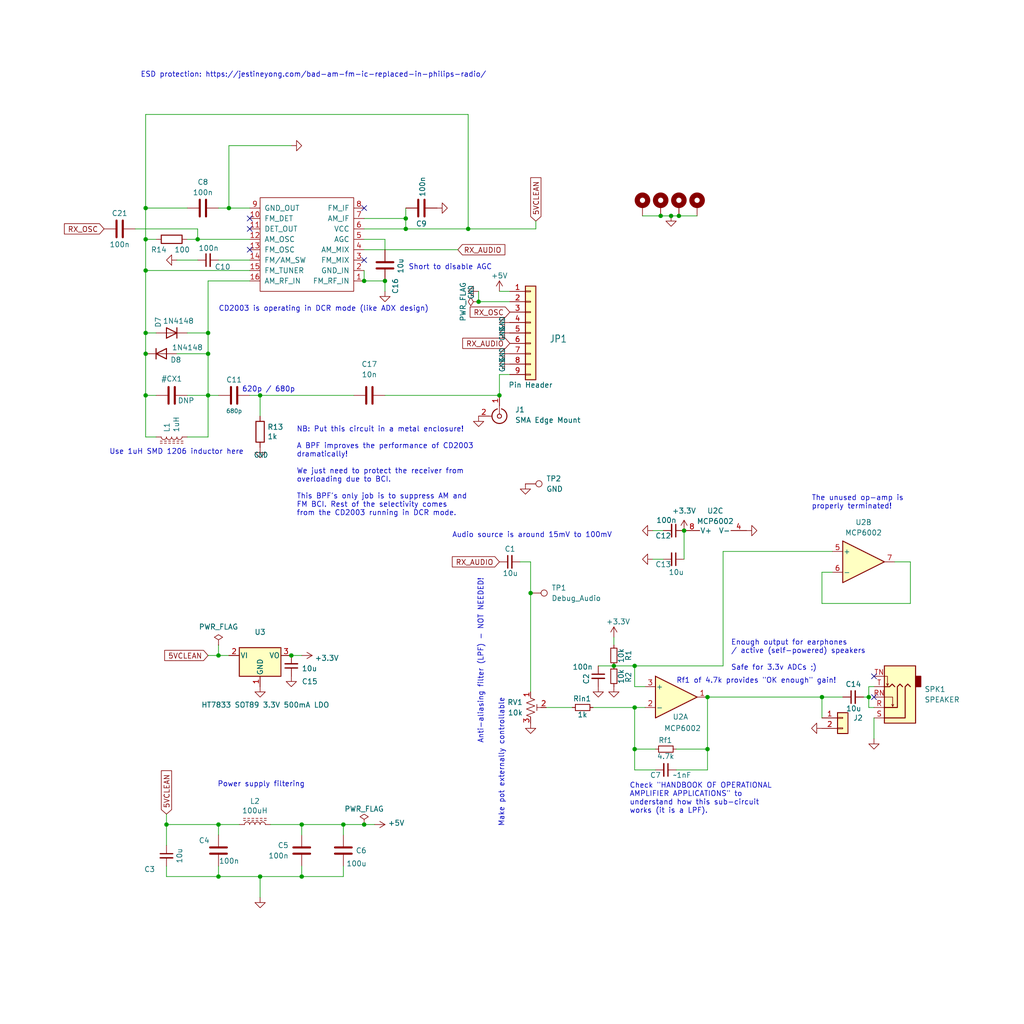
<source format=kicad_sch>
(kicad_sch (version 20230121) (generator eeschema)
  (paper "User" 250.012 250.012)
  (title_block (title "Breakout board (BoB) for CD2003 (DCR Mode)") (date "2023-11-07") (rev "v3") (company "Dhiru Kholia (VU3CER)") (comment 1 "Based on ADX and ADX-S designs"))
  (lib_symbols
    (symbol "Amplifier_Operational:MCP6022" (pin_names (offset 0.127))
      (property "Reference" "U" (at 0 5.08 0))
      (property "Value" "MCP6022" (at 0 -5.08 0))
      (symbol "MCP6022_1_1"
        (polyline (pts (xy -5.08 5.08) (xy 5.08 0) (xy -5.08 -5.08) (xy -5.08 5.08)) (stroke (width 0.254)) (fill (type background)))
        (pin output line (at 7.62 0 180) (length 2.54) (name "~") (number "1"))
        (pin input line (at -7.62 -2.54 0) (length 2.54) (name "-") (number "2"))
        (pin input line (at -7.62 2.54 0) (length 2.54) (name "+") (number "3"))
      )
      (symbol "MCP6022_2_1"
        (polyline (pts (xy -5.08 5.08) (xy 5.08 0) (xy -5.08 -5.08) (xy -5.08 5.08)) (stroke (width 0.254)) (fill (type background)))
        (pin input line (at -7.62 2.54 0) (length 2.54) (name "+") (number "5"))
        (pin input line (at -7.62 -2.54 0) (length 2.54) (name "-") (number "6"))
        (pin output line (at 7.62 0 180) (length 2.54) (name "~") (number "7"))
      )
      (symbol "MCP6022_3_1"
        (pin power_in line (at -2.54 -7.62 90) (length 3.81) (name "V-") (number "4"))
        (pin power_in line (at -2.54 7.62 270) (length 3.81) (name "V+") (number "8"))
      )
    )
    (symbol "Connector:Conn_Coaxial" (pin_names (offset 1.016) hide)
      (property "Reference" "J" (at 0.254 3.048 0))
      (property "Value" "Conn_Coaxial" (at 2.921 0 90))
      (symbol "Conn_Coaxial_0_1"
        (arc (start -1.778 -0.508) (mid 0.2311 -1.8066) (end 1.778 0) (stroke (width 0.254)))
        (polyline (pts (xy -2.54 0) (xy -0.508 0)))
        (polyline (pts (xy 0 -2.54) (xy 0 -1.778)))
        (circle (center 0 0) (radius 0.508) (stroke (width 0.2032)))
        (arc (start 1.778 0) (mid 0.2099 1.8101) (end -1.778 0.508) (stroke (width 0.254)))
      )
      (symbol "Conn_Coaxial_1_1"
        (pin passive line (at -5.08 0 0) (length 2.54) (name "In") (number "1"))
        (pin passive line (at 0 -5.08 90) (length 2.54) (name "Ext") (number "2"))
      )
    )
    (symbol "Connector:TestPoint" (pin_numbers hide) (pin_names (offset 0.762) hide)
      (property "Reference" "TP" (at 0 6.858 0))
      (property "Value" "TestPoint" (at 0 5.08 0))
      (symbol "TestPoint_0_1"
        (circle (center 0 3.302) (radius 0.762))
      )
      (symbol "TestPoint_1_1"
        (pin passive line (at 0 0 90) (length 2.54) (name "1") (number "1"))
      )
    )
    (symbol "Connector_Audio:AudioJack3_SwitchTR"
      (property "Reference" "J" (at 0 8.89 0))
      (property "Value" "AudioJack3_SwitchTR" (at 0 6.35 0))
      (symbol "AudioJack3_SwitchTR_0_1"
        (rectangle (start -5.08 -5.08) (end -6.35 -7.62) (stroke (width 0.254)) (fill (type outline)))
        (polyline (pts (xy 0.508 -0.254) (xy 0.762 -0.762)))
        (polyline (pts (xy 1.778 -5.334) (xy 2.032 -5.842)))
        (polyline (pts (xy 0 -5.08) (xy 0.635 -5.715) (xy 1.27 -5.08) (xy 2.54 -5.08)) (stroke (width 0.254)))
        (polyline (pts (xy 2.54 -7.62) (xy 1.778 -7.62) (xy 1.778 -5.334) (xy 1.524 -5.842)))
        (polyline (pts (xy 2.54 -2.54) (xy 0.508 -2.54) (xy 0.508 -0.254) (xy 0.254 -0.762)))
        (polyline (pts (xy -1.905 -5.08) (xy -1.27 -5.715) (xy -0.635 -5.08) (xy -0.635 0) (xy 2.54 0)) (stroke (width 0.254)))
        (polyline (pts (xy 2.54 2.54) (xy -2.54 2.54) (xy -2.54 -5.08) (xy -3.175 -5.715) (xy -3.81 -5.08)) (stroke (width 0.254)))
        (rectangle (start 2.54 3.81) (end -5.08 -10.16) (stroke (width 0.254)) (fill (type background)))
      )
      (symbol "AudioJack3_SwitchTR_1_1"
        (pin passive line (at 5.08 0 180) (length 2.54) (name "~") (number "R"))
        (pin passive line (at 5.08 -2.54 180) (length 2.54) (name "~") (number "RN"))
        (pin passive line (at 5.08 2.54 180) (length 2.54) (name "~") (number "S"))
        (pin passive line (at 5.08 -5.08 180) (length 2.54) (name "~") (number "T"))
        (pin passive line (at 5.08 -7.62 180) (length 2.54) (name "~") (number "TN"))
      )
    )
    (symbol "Connector_Generic:Conn_01x02" (pin_names (offset 1.016) hide)
      (property "Reference" "J" (at 0 2.54 0))
      (property "Value" "Conn_01x02" (at 0 -5.08 0))
      (symbol "Conn_01x02_1_1"
        (rectangle (start -1.27 -2.413) (end 0 -2.667) (stroke (width 0.1524)))
        (rectangle (start -1.27 0.127) (end 0 -0.127) (stroke (width 0.1524)))
        (rectangle (start -1.27 1.27) (end 1.27 -3.81) (stroke (width 0.254)) (fill (type background)))
        (pin passive line (at -5.08 0 0) (length 3.81) (name "Pin_1") (number "1"))
        (pin passive line (at -5.08 -2.54 0) (length 3.81) (name "Pin_2") (number "2"))
      )
    )
    (symbol "Connector_Generic:Conn_01x09" (pin_names (offset 1.016) hide)
      (property "Reference" "J" (at 0 12.7 0))
      (property "Value" "Conn_01x09" (at 0 -12.7 0))
      (symbol "Conn_01x09_1_1"
        (rectangle (start -1.27 -10.033) (end 0 -10.287) (stroke (width 0.1524)))
        (rectangle (start -1.27 -7.493) (end 0 -7.747) (stroke (width 0.1524)))
        (rectangle (start -1.27 -4.953) (end 0 -5.207) (stroke (width 0.1524)))
        (rectangle (start -1.27 -2.413) (end 0 -2.667) (stroke (width 0.1524)))
        (rectangle (start -1.27 0.127) (end 0 -0.127) (stroke (width 0.1524)))
        (rectangle (start -1.27 2.667) (end 0 2.413) (stroke (width 0.1524)))
        (rectangle (start -1.27 5.207) (end 0 4.953) (stroke (width 0.1524)))
        (rectangle (start -1.27 7.747) (end 0 7.493) (stroke (width 0.1524)))
        (rectangle (start -1.27 10.287) (end 0 10.033) (stroke (width 0.1524)))
        (rectangle (start -1.27 11.43) (end 1.27 -11.43) (stroke (width 0.254)) (fill (type background)))
        (pin passive line (at -5.08 10.16 0) (length 3.81) (name "Pin_1") (number "1"))
        (pin passive line (at -5.08 7.62 0) (length 3.81) (name "Pin_2") (number "2"))
        (pin passive line (at -5.08 5.08 0) (length 3.81) (name "Pin_3") (number "3"))
        (pin passive line (at -5.08 2.54 0) (length 3.81) (name "Pin_4") (number "4"))
        (pin passive line (at -5.08 0 0) (length 3.81) (name "Pin_5") (number "5"))
        (pin passive line (at -5.08 -2.54 0) (length 3.81) (name "Pin_6") (number "6"))
        (pin passive line (at -5.08 -5.08 0) (length 3.81) (name "Pin_7") (number "7"))
        (pin passive line (at -5.08 -7.62 0) (length 3.81) (name "Pin_8") (number "8"))
        (pin passive line (at -5.08 -10.16 0) (length 3.81) (name "Pin_9") (number "9"))
      )
    )
    (symbol "D_1" (pin_numbers hide) (pin_names (offset 1.016) hide)
      (property "Reference" "D" (at 0 2.54 0))
      (property "Value" "D" (at 0 -2.54 0))
      (symbol "D_1_0_1"
        (polyline (pts (xy -1.27 1.27) (xy -1.27 -1.27)) (stroke (width 0.254)))
        (polyline (pts (xy 1.27 0) (xy -1.27 0)))
        (polyline (pts (xy 1.27 1.27) (xy 1.27 -1.27) (xy -1.27 0) (xy 1.27 1.27)) (stroke (width 0.254)))
      )
      (symbol "D_1_1_1"
        (pin passive line (at -3.81 0 0) (length 2.54) (name "K") (number "1"))
        (pin passive line (at 3.81 0 180) (length 2.54) (name "A") (number "2"))
      )
    )
    (symbol "Device:C" (pin_numbers hide) (pin_names (offset 0.254))
      (property "Reference" "C" (at 0.635 2.54 0))
      (property "Value" "C" (at 0.635 -2.54 0))
      (symbol "C_0_1"
        (polyline (pts (xy -2.032 -0.762) (xy 2.032 -0.762)) (stroke (width 0.508)))
        (polyline (pts (xy -2.032 0.762) (xy 2.032 0.762)) (stroke (width 0.508)))
      )
      (symbol "C_1_1"
        (pin passive line (at 0 3.81 270) (length 2.794) (name "~") (number "1"))
        (pin passive line (at 0 -3.81 90) (length 2.794) (name "~") (number "2"))
      )
    )
    (symbol "Device:C_Small" (pin_numbers hide) (pin_names (offset 0.254) hide)
      (property "Reference" "C" (at 0.254 1.778 0))
      (property "Value" "C_Small" (at 0.254 -2.032 0))
      (symbol "C_Small_0_1"
        (polyline (pts (xy -1.524 -0.508) (xy 1.524 -0.508)) (stroke (width 0.3302)))
        (polyline (pts (xy -1.524 0.508) (xy 1.524 0.508)) (stroke (width 0.3048)))
      )
      (symbol "C_Small_1_1"
        (pin passive line (at 0 2.54 270) (length 2.032) (name "~") (number "1"))
        (pin passive line (at 0 -2.54 90) (length 2.032) (name "~") (number "2"))
      )
    )
    (symbol "Device:D" (pin_numbers hide) (pin_names (offset 1.016) hide)
      (property "Reference" "D" (at 0 2.54 0))
      (property "Value" "D" (at 0 -2.54 0))
      (symbol "D_0_1"
        (polyline (pts (xy -1.27 1.27) (xy -1.27 -1.27)) (stroke (width 0.254)))
        (polyline (pts (xy 1.27 0) (xy -1.27 0)))
        (polyline (pts (xy 1.27 1.27) (xy 1.27 -1.27) (xy -1.27 0) (xy 1.27 1.27)) (stroke (width 0.254)))
      )
      (symbol "D_1_1"
        (pin passive line (at -3.81 0 0) (length 2.54) (name "K") (number "1"))
        (pin passive line (at 3.81 0 180) (length 2.54) (name "A") (number "2"))
      )
    )
    (symbol "Device:L_Ferrite" (pin_numbers hide) (pin_names (offset 1.016) hide)
      (property "Reference" "L" (at -1.27 0 90))
      (property "Value" "L_Ferrite" (at 2.794 0 90))
      (symbol "L_Ferrite_0_1"
        (arc (start 0 -2.54) (mid 0.6323 -1.905) (end 0 -1.27))
        (arc (start 0 -1.27) (mid 0.6323 -0.635) (end 0 0))
        (polyline (pts (xy 1.016 -2.794) (xy 1.016 -2.286)))
        (polyline (pts (xy 1.016 -1.778) (xy 1.016 -1.27)))
        (polyline (pts (xy 1.016 -0.762) (xy 1.016 -0.254)))
        (polyline (pts (xy 1.016 0.254) (xy 1.016 0.762)))
        (polyline (pts (xy 1.016 1.27) (xy 1.016 1.778)))
        (polyline (pts (xy 1.016 2.286) (xy 1.016 2.794)))
        (polyline (pts (xy 1.524 -2.286) (xy 1.524 -2.794)))
        (polyline (pts (xy 1.524 -1.27) (xy 1.524 -1.778)))
        (polyline (pts (xy 1.524 -0.254) (xy 1.524 -0.762)))
        (polyline (pts (xy 1.524 0.762) (xy 1.524 0.254)))
        (polyline (pts (xy 1.524 1.778) (xy 1.524 1.27)))
        (polyline (pts (xy 1.524 2.794) (xy 1.524 2.286)))
        (arc (start 0 0) (mid 0.6323 0.635) (end 0 1.27))
        (arc (start 0 1.27) (mid 0.6323 1.905) (end 0 2.54))
      )
      (symbol "L_Ferrite_1_1"
        (pin passive line (at 0 3.81 270) (length 1.27) (name "1") (number "1"))
        (pin passive line (at 0 -3.81 90) (length 1.27) (name "2") (number "2"))
      )
    )
    (symbol "Device:R" (pin_numbers hide) (pin_names (offset 0))
      (property "Reference" "R" (at 2.032 0 90))
      (property "Value" "R" (at 0 0 90))
      (symbol "R_0_1"
        (rectangle (start -1.016 -2.54) (end 1.016 2.54) (stroke (width 0.254)))
      )
      (symbol "R_1_1"
        (pin passive line (at 0 3.81 270) (length 1.27) (name "~") (number "1"))
        (pin passive line (at 0 -3.81 90) (length 1.27) (name "~") (number "2"))
      )
    )
    (symbol "Device:R_Potentiometer_Trim_US" (pin_names (offset 1.016) hide)
      (property "Reference" "RV" (at -4.445 0 90))
      (property "Value" "R_Potentiometer_Trim_US" (at -2.54 0 90))
      (symbol "R_Potentiometer_Trim_US_0_1"
        (polyline (pts (xy 0 -2.286) (xy 0 -2.54)))
        (polyline (pts (xy 0 2.286) (xy 0 2.54)))
        (polyline (pts (xy 1.524 0.762) (xy 1.524 -0.762)))
        (polyline (pts (xy 2.54 0) (xy 1.524 0)))
        (polyline (pts (xy 0 -0.762) (xy 1.016 -1.143) (xy 0 -1.524) (xy -1.016 -1.905) (xy 0 -2.286)))
        (polyline (pts (xy 0 0.762) (xy 1.016 0.381) (xy 0 0) (xy -1.016 -0.381) (xy 0 -0.762)))
        (polyline (pts (xy 0 2.286) (xy 1.016 1.905) (xy 0 1.524) (xy -1.016 1.143) (xy 0 0.762)))
      )
      (symbol "R_Potentiometer_Trim_US_1_1"
        (pin passive line (at 0 3.81 270) (length 1.27) (name "1") (number "1"))
        (pin passive line (at 3.81 0 180) (length 1.27) (name "2") (number "2"))
        (pin passive line (at 0 -3.81 90) (length 1.27) (name "3") (number "3"))
      )
    )
    (symbol "Device:R_Small" (pin_numbers hide) (pin_names (offset 0.254) hide)
      (property "Reference" "R" (at 0.762 0.508 0))
      (property "Value" "R_Small" (at 0.762 -1.016 0))
      (symbol "R_Small_0_1"
        (rectangle (start -0.762 1.778) (end 0.762 -1.778) (stroke (width 0.2032)))
      )
      (symbol "R_Small_1_1"
        (pin passive line (at 0 2.54 270) (length 0.762) (name "~") (number "1"))
        (pin passive line (at 0 -2.54 90) (length 0.762) (name "~") (number "2"))
      )
    )
    (symbol "Mechanical:MountingHole_Pad" (pin_numbers hide) (pin_names (offset 1.016) hide)
      (property "Reference" "H" (at 0 6.35 0))
      (property "Value" "MountingHole_Pad" (at 0 4.445 0))
      (symbol "MountingHole_Pad_0_1"
        (circle (center 0 1.27) (radius 1.27) (stroke (width 1.27)))
      )
      (symbol "MountingHole_Pad_1_1"
        (pin input line (at 0 -2.54 90) (length 2.54) (name "1") (number "1"))
      )
    )
    (symbol "Regulator_Linear:MCP1703Ax-330xxMB" (pin_names (offset 0.254))
      (property "Reference" "U" (at -3.81 3.175 0))
      (property "Value" "MCP1703Ax-330xxMB" (at 0 3.175 0))
      (symbol "MCP1703Ax-330xxMB_0_1"
        (rectangle (start -5.08 -5.08) (end 5.08 1.905) (stroke (width 0.254)) (fill (type background)))
      )
      (symbol "MCP1703Ax-330xxMB_1_1"
        (pin power_in line (at 0 -7.62 90) (length 2.54) (name "GND") (number "1"))
        (pin power_in line (at -7.62 0 0) (length 2.54) (name "VI") (number "2"))
        (pin power_out line (at 7.62 0 180) (length 2.54) (name "VO") (number "3"))
      )
    )
    (symbol "cd2003gb_gp_fixed:CD2003GB_GP_Fixed" (pin_names (offset 1.016))
      (symbol "CD2003GB_GP_Fixed_0_1"
        (rectangle (start -11.43 17.78) (end 11.43 -5.08))
      )
      (symbol "CD2003GB_GP_Fixed_1_1"
        (pin input line (at -8.89 -7.62 90) (length 2.54) (name "FM_RF_IN") (number "1"))
        (pin input line (at 6.35 20.32 270) (length 2.54) (name "FM_DET") (number "10"))
        (pin input line (at 3.81 20.32 270) (length 2.54) (name "DET_OUT") (number "11"))
        (pin input line (at 1.27 20.32 270) (length 2.54) (name "AM_OSC") (number "12"))
        (pin input line (at -1.27 20.32 270) (length 2.54) (name "FM_OSC") (number "13"))
        (pin input line (at -3.81 20.32 270) (length 2.54) (name "FM/AM_SW") (number "14"))
        (pin input line (at -6.35 20.32 270) (length 2.54) (name "FM_TUNER") (number "15"))
        (pin input line (at -8.89 20.32 270) (length 2.54) (name "AM_RF_IN") (number "16"))
        (pin input line (at -6.35 -7.62 90) (length 2.54) (name "GND_IN") (number "2"))
        (pin input line (at -3.81 -7.62 90) (length 2.54) (name "FM_MIX") (number "3"))
        (pin input line (at -1.27 -7.62 90) (length 2.54) (name "AM_MIX") (number "4"))
        (pin passive line (at 1.27 -7.62 90) (length 2.54) (name "AGC") (number "5"))
        (pin input line (at 3.81 -7.62 90) (length 2.54) (name "VCC") (number "6"))
        (pin input line (at 6.35 -7.62 90) (length 2.54) (name "AM_IF") (number "7"))
        (pin input line (at 8.89 -7.62 90) (length 2.54) (name "FM_IF") (number "8"))
        (pin input line (at 8.89 20.32 270) (length 2.54) (name "GND_OUT") (number "9"))
      )
    )
    (symbol "power:+3.3V" (power) (pin_names (offset 0))
      (property "Value" "+3.3V" (at 0 3.556 0))
      (symbol "+3.3V_0_1"
        (polyline (pts (xy -0.762 1.27) (xy 0 2.54)))
        (polyline (pts (xy 0 0) (xy 0 2.54)))
        (polyline (pts (xy 0 2.54) (xy 0.762 1.27)))
      )
      (symbol "+3.3V_1_1"
        (pin power_in line (at 0 0 90) (length 0) hide (name "+3.3V") (number "1"))
      )
    )
    (symbol "power:+5V" (power) (pin_names (offset 0))
      (property "Value" "+5V" (at 0 3.556 0))
      (symbol "+5V_0_1"
        (polyline (pts (xy -0.762 1.27) (xy 0 2.54)))
        (polyline (pts (xy 0 0) (xy 0 2.54)))
        (polyline (pts (xy 0 2.54) (xy 0.762 1.27)))
      )
      (symbol "+5V_1_1"
        (pin power_in line (at 0 0 90) (length 0) hide (name "+5V") (number "1"))
      )
    )
    (symbol "power:GND" (power) (pin_names (offset 0))
      (property "Value" "GND" (at 0 -3.81 0))
      (symbol "GND_0_1"
        (polyline (pts (xy 0 0) (xy 0 -1.27) (xy 1.27 -1.27) (xy 0 -2.54) (xy -1.27 -1.27) (xy 0 -1.27)))
      )
      (symbol "GND_1_1"
        (pin power_in line (at 0 0 270) (length 0) hide (name "GND") (number "1"))
      )
    )
    (symbol "power:PWR_FLAG" (power) (pin_numbers hide) (pin_names (offset 0) hide)
      (property "Value" "PWR_FLAG" (at 0 3.81 0))
      (symbol "PWR_FLAG_0_0"
        (pin power_out line (at 0 0 90) (length 0) (name "pwr") (number "1"))
      )
      (symbol "PWR_FLAG_0_1"
        (polyline (pts (xy 0 0) (xy 0 1.27) (xy -1.016 1.905) (xy 0 2.54) (xy 1.016 1.905) (xy 0 1.27)))
      )
    )
  )
  (junction (at 121.92 96.52))
  (junction (at 50.8 86.36))
  (junction (at 116.84 73.66))
  (junction (at 50.8 96.52))
  (junction (at 88.9 68.58))
  (junction (at 71.12 160.02))
  (junction (at 73.66 201.295))
  (junction (at 154.94 182.88))
  (junction (at 50.8 81.28))
  (junction (at 154.94 162.56))
  (junction (at 63.5 213.995))
  (junction (at 35.56 96.52))
  (junction (at 53.34 201.295))
  (junction (at 149.86 162.56))
  (junction (at 88.9 201.295))
  (junction (at 129.54 144.78))
  (junction (at 48.26 58.42))
  (junction (at 212.09 170.18))
  (junction (at 99.06 53.34))
  (junction (at 35.56 86.36))
  (junction (at 200.66 170.18))
  (junction (at 55.88 50.8))
  (junction (at 93.98 68.58))
  (junction (at 99.06 55.88))
  (junction (at 40.64 201.295))
  (junction (at 83.82 201.295))
  (junction (at 172.72 170.18))
  (junction (at 114.3 55.88))
  (junction (at 161.29 52.705))
  (junction (at 73.66 213.995))
  (junction (at 172.72 182.88))
  (junction (at 53.34 160.02))
  (junction (at 53.34 213.995))
  (junction (at 167.005 129.54))
  (junction (at 35.56 66.04))
  (junction (at 35.56 50.8))
  (junction (at 35.56 58.42))
  (junction (at 154.94 172.72))
  (junction (at 165.735 52.705))
  (junction (at 163.83 52.705))
  (junction (at 63.5 96.52))
  (junction (at 35.56 81.28))
  (no_connect (at 213.36 170.18))
  (no_connect (at 60.96 60.96))
  (no_connect (at 88.9 63.5))
  (no_connect (at 213.36 165.1))
  (no_connect (at 60.96 55.88))
  (no_connect (at 60.96 53.34))
  (no_connect (at 88.9 50.8))
  (wire (pts (xy 121.92 96.52) (xy 121.92 91.44)))
  (wire (pts (xy 222.25 137.16) (xy 222.25 147.32)))
  (wire (pts (xy 156.845 52.705) (xy 161.29 52.705)))
  (wire (pts (xy 50.8 96.52) (xy 53.34 96.52)))
  (wire (pts (xy 154.94 187.96) (xy 160.02 187.96)))
  (wire (pts (xy 212.09 172.72) (xy 212.09 170.18)))
  (wire (pts (xy 53.34 50.8) (xy 55.88 50.8)))
  (wire (pts (xy 121.92 71.12) (xy 124.46 71.12)))
  (wire (pts (xy 60.96 96.52) (xy 63.5 96.52)))
  (wire (pts (xy 53.34 213.995) (xy 63.5 213.995)))
  (wire (pts (xy 45.72 81.28) (xy 50.8 81.28)))
  (wire (pts (xy 165.1 187.96) (xy 172.72 187.96)))
  (wire (pts (xy 63.5 101.6) (xy 63.5 96.52)))
  (wire (pts (xy 93.98 68.58) (xy 93.98 71.12)))
  (wire (pts (xy 210.82 170.18) (xy 212.09 170.18)))
  (wire (pts (xy 114.3 55.88) (xy 130.81 55.88)))
  (wire (pts (xy 161.925 129.54) (xy 159.385 129.54)))
  (wire (pts (xy 40.64 201.295) (xy 40.64 206.375)))
  (wire (pts (xy 165.1 182.88) (xy 172.72 182.88)))
  (wire (pts (xy 83.82 211.455) (xy 83.82 213.995)))
  (wire (pts (xy 38.1 81.28) (xy 35.56 81.28)))
  (wire (pts (xy 121.92 91.44) (xy 124.46 91.44)))
  (wire (pts (xy 55.88 50.8) (xy 55.88 35.56)))
  (wire (pts (xy 53.34 157.48) (xy 53.34 160.02)))
  (wire (pts (xy 161.925 136.525) (xy 159.385 136.525)))
  (wire (pts (xy 203.2 139.7) (xy 200.66 139.7)))
  (wire (pts (xy 55.88 35.56) (xy 71.12 35.56)))
  (wire (pts (xy 35.56 96.52) (xy 38.1 96.52)))
  (wire (pts (xy 40.64 201.295) (xy 53.34 201.295)))
  (wire (pts (xy 154.94 182.88) (xy 154.94 172.72)))
  (wire (pts (xy 53.34 160.02) (xy 55.88 160.02)))
  (wire (pts (xy 40.64 211.455) (xy 40.64 213.995)))
  (wire (pts (xy 129.54 137.16) (xy 129.54 144.78)))
  (wire (pts (xy 63.5 213.995) (xy 73.66 213.995)))
  (wire (pts (xy 154.94 162.56) (xy 154.94 167.64)))
  (wire (pts (xy 93.98 96.52) (xy 121.92 96.52)))
  (wire (pts (xy 83.82 201.295) (xy 88.9 201.295)))
  (wire (pts (xy 154.94 167.64) (xy 157.48 167.64)))
  (wire (pts (xy 35.56 50.8) (xy 45.72 50.8)))
  (wire (pts (xy 133.35 172.72) (xy 139.7 172.72)))
  (wire (pts (xy 60.96 50.8) (xy 55.88 50.8)))
  (wire (pts (xy 73.66 201.295) (xy 73.66 203.835)))
  (wire (pts (xy 213.36 175.26) (xy 213.36 180.34)))
  (wire (pts (xy 116.84 71.12) (xy 116.84 73.66)))
  (wire (pts (xy 99.06 50.8) (xy 99.06 53.34)))
  (wire (pts (xy 53.34 63.5) (xy 60.96 63.5)))
  (wire (pts (xy 88.9 53.34) (xy 99.06 53.34)))
  (wire (pts (xy 154.94 162.56) (xy 176.53 162.56)))
  (wire (pts (xy 83.82 201.295) (xy 83.82 203.835)))
  (wire (pts (xy 73.66 201.295) (xy 83.82 201.295)))
  (wire (pts (xy 218.44 137.16) (xy 222.25 137.16)))
  (wire (pts (xy 200.66 147.32) (xy 222.25 147.32)))
  (wire (pts (xy 212.09 167.64) (xy 213.36 167.64)))
  (wire (pts (xy 200.66 170.18) (xy 205.74 170.18)))
  (wire (pts (xy 50.8 86.36) (xy 50.8 81.28)))
  (wire (pts (xy 129.54 144.78) (xy 129.54 168.91)))
  (wire (pts (xy 213.36 172.72) (xy 212.09 172.72)))
  (wire (pts (xy 176.53 134.62) (xy 176.53 162.56)))
  (wire (pts (xy 35.56 58.42) (xy 35.56 50.8)))
  (wire (pts (xy 99.06 53.34) (xy 99.06 55.88)))
  (wire (pts (xy 53.34 203.835) (xy 53.34 201.295)))
  (wire (pts (xy 50.8 96.52) (xy 50.8 86.36)))
  (wire (pts (xy 144.78 172.72) (xy 154.94 172.72)))
  (wire (pts (xy 35.56 66.04) (xy 35.56 58.42)))
  (wire (pts (xy 146.05 162.56) (xy 149.86 162.56)))
  (wire (pts (xy 165.735 52.705) (xy 170.18 52.705)))
  (wire (pts (xy 88.9 60.96) (xy 111.76 60.96)))
  (wire (pts (xy 50.8 68.58) (xy 60.96 68.58)))
  (wire (pts (xy 43.18 86.36) (xy 50.8 86.36)))
  (wire (pts (xy 114.3 27.94) (xy 114.3 55.88)))
  (wire (pts (xy 200.66 170.18) (xy 200.66 175.26)))
  (wire (pts (xy 43.18 63.5) (xy 48.26 63.5)))
  (wire (pts (xy 35.56 96.52) (xy 35.56 86.36)))
  (wire (pts (xy 176.53 134.62) (xy 203.2 134.62)))
  (wire (pts (xy 73.66 211.455) (xy 73.66 213.995)))
  (wire (pts (xy 154.94 187.96) (xy 154.94 182.88)))
  (wire (pts (xy 160.02 182.88) (xy 154.94 182.88)))
  (wire (pts (xy 161.29 52.705) (xy 163.83 52.705)))
  (wire (pts (xy 35.56 81.28) (xy 35.56 86.36)))
  (wire (pts (xy 35.56 66.04) (xy 60.96 66.04)))
  (wire (pts (xy 88.9 68.58) (xy 93.98 68.58)))
  (wire (pts (xy 154.94 172.72) (xy 157.48 172.72)))
  (wire (pts (xy 127 137.16) (xy 129.54 137.16)))
  (wire (pts (xy 212.09 170.18) (xy 212.09 167.64)))
  (wire (pts (xy 116.84 73.66) (xy 124.46 73.66)))
  (wire (pts (xy 35.56 50.8) (xy 35.56 27.94)))
  (wire (pts (xy 48.26 58.42) (xy 60.96 58.42)))
  (wire (pts (xy 71.12 160.02) (xy 73.66 160.02)))
  (wire (pts (xy 88.9 55.88) (xy 99.06 55.88)))
  (wire (pts (xy 38.1 106.68) (xy 35.56 106.68)))
  (wire (pts (xy 163.83 52.705) (xy 165.735 52.705)))
  (wire (pts (xy 200.66 139.7) (xy 200.66 147.32)))
  (wire (pts (xy 50.8 68.58) (xy 50.8 81.28)))
  (wire (pts (xy 53.34 211.455) (xy 53.34 213.995)))
  (wire (pts (xy 35.56 27.94) (xy 114.3 27.94)))
  (wire (pts (xy 38.1 58.42) (xy 35.56 58.42)))
  (wire (pts (xy 63.5 219.075) (xy 63.5 213.995)))
  (wire (pts (xy 172.72 187.96) (xy 172.72 182.88)))
  (wire (pts (xy 45.72 106.68) (xy 50.8 106.68)))
  (wire (pts (xy 40.64 198.755) (xy 40.64 201.295)))
  (wire (pts (xy 35.56 66.04) (xy 35.56 81.28)))
  (wire (pts (xy 45.72 96.52) (xy 50.8 96.52)))
  (wire (pts (xy 149.86 162.56) (xy 154.94 162.56)))
  (wire (pts (xy 99.06 55.88) (xy 114.3 55.88)))
  (wire (pts (xy 50.8 96.52) (xy 50.8 106.68)))
  (wire (pts (xy 35.56 96.52) (xy 35.56 106.68)))
  (wire (pts (xy 40.64 213.995) (xy 53.34 213.995)))
  (wire (pts (xy 33.02 55.88) (xy 48.26 55.88)))
  (wire (pts (xy 50.8 160.02) (xy 53.34 160.02)))
  (wire (pts (xy 93.98 58.42) (xy 93.98 60.96)))
  (wire (pts (xy 149.86 155.575) (xy 149.86 157.48)))
  (wire (pts (xy 45.72 58.42) (xy 48.26 58.42)))
  (wire (pts (xy 130.81 53.975) (xy 130.81 55.88)))
  (wire (pts (xy 73.66 213.995) (xy 83.82 213.995)))
  (wire (pts (xy 172.72 170.18) (xy 172.72 182.88)))
  (wire (pts (xy 48.26 55.88) (xy 48.26 58.42)))
  (wire (pts (xy 88.9 66.04) (xy 88.9 68.58)))
  (wire (pts (xy 167.005 129.54) (xy 167.005 136.525)))
  (wire (pts (xy 53.34 201.295) (xy 58.42 201.295)))
  (wire (pts (xy 88.9 201.295) (xy 91.44 201.295)))
  (wire (pts (xy 66.04 201.295) (xy 73.66 201.295)))
  (wire (pts (xy 88.9 58.42) (xy 93.98 58.42)))
  (wire (pts (xy 63.5 96.52) (xy 86.36 96.52)))
  (wire (pts (xy 172.72 170.18) (xy 200.66 170.18)))
  (text "The unused op-amp is \nproperly terminated!" (at 198.12 124.46 0) (effects (font (size 1.27 1.27)) (justify left bottom)))
  (text "Rf1 of 4.7k provides \"OK enough\" gain!" (at 165.1 167.005 0) (effects (font (size 1.27 1.27)) (justify left bottom)))
  (text "Use 1uH SMD 1206 inductor here" (at 26.67 111.125 0) (effects (font (size 1.27 1.27)) (justify left bottom)))
  (text "Check \"HANDBOOK OF OPERATIONAL\nAMPLIFIER APPLICATIONS\" to \nunderstand how this sub-circuit\nworks (it is a LPF)." (at 153.67 198.755 0) (effects (font (size 1.27 1.27)) (justify left bottom)))
  (text "Short to disable AGC" (at 99.695 66.04 0) (effects (font (size 1.27 1.27)) (justify left bottom)))
  (text "NB: Put this circuit in a metal enclosure!\n\nA BPF improves the performance of CD2003\ndramatically!\n\nWe just need to protect the receiver from\noverloading due to BCI.\n\nThis BPF's only job is to suppress AM and \nFM BCI. Rest of the selectivity comes\nfrom the CD2003 running in DCR mode.\n\n\n" (at 72.39 130.175 0) (effects (font (size 1.27 1.27)) (justify left bottom)))
  (text "Enough output for earphones \n/ active (self-powered) speakers\n\nSafe for 3.3v ADCs ;)" (at 178.435 163.83 0) (effects (font (size 1.27 1.27)) (justify left bottom)))
  (text "Power supply filtering" (at 53.086 192.278 0) (effects (font (size 1.27 1.27)) (justify left bottom)))
  (text "Audio source is around 15mV to 100mV" (at 110.363 131.445 0) (effects (font (size 1.27 1.27)) (justify left bottom)))
  (text "620p / 680p" (at 59.055 95.885 0) (effects (font (size 1.27 1.27)) (justify left bottom)))
  (text "Make pot externally controllable" (at 123.19 201.93 90) (effects (font (size 1.27 1.27)) (justify left bottom)))
  (text "CD2003 is operating in DCR mode (like ADX design)" (at 53.34 76.2 0) (effects (font (size 1.27 1.27)) (justify left bottom)))
  (text "Anti-aliasing filter (LPF) - NOT NEEDED!" (at 118.11 181.61 90) (effects (font (size 1.27 1.27)) (justify left bottom)))
  (text "ESD protection: https://jestineyong.com/bad-am-fm-ic-replaced-in-philips-radio/" (at 118.745 19.05 0) (effects (font (size 1.27 1.27)) (justify right bottom)))
  (global_label "RX_AUDIO" (shape input) (at 124.46 83.82 180) (property "Intersheetrefs" "${INTERSHEET_REFS}" (effects hide)))
  (global_label "5VCLEAN" (shape input) (at 50.8 160.02 180) (property "Intersheetrefs" "${INTERSHEET_REFS}" (effects hide)))
  (global_label "RX_OSC" (shape input) (at 25.4 55.88 180) (property "Intersheetrefs" "${INTERSHEET_REFS}" (effects hide)))
  (global_label "RX_AUDIO" (shape input) (at 111.76 60.96 0) (property "Intersheetrefs" "${INTERSHEET_REFS}" (effects hide)))
  (global_label "5VCLEAN" (shape input) (at 130.81 53.975 90) (property "Intersheetrefs" "${INTERSHEET_REFS}" (effects hide)))
  (global_label "5VCLEAN" (shape input) (at 40.64 198.755 90) (property "Intersheetrefs" "${INTERSHEET_REFS}" (effects hide)))
  (global_label "RX_AUDIO" (shape input) (at 121.92 137.16 180) (property "Intersheetrefs" "${INTERSHEET_REFS}" (effects hide)))
  (global_label "RX_OSC" (shape input) (at 124.46 76.2 180) (property "Intersheetrefs" "${INTERSHEET_REFS}" (effects hide)))
  (symbol (lib_id "power:+5V") (at 121.92 71.12 0) (unit 1)
    (property "Reference" "#PWR0107" (effects hide))
    (property "Value" "+5V" (at 121.92 67.31 0))
  )
  (symbol (lib_id "Device:L_Ferrite") (at 41.91 106.68 270) (unit 1)
    (property "Reference" "L1" (at 40.7416 105.5624 0) (effects (justify right)))
    (property "Value" "1uH" (at 43.053 105.5624 0) (effects (justify right)))
    (property "Footprint" "Inductor_SMD:L_1206_3216Metric_Pad1.22x1.90mm_HandSolder" (effects hide))
  )
  (symbol (lib_id "Device:C_Small") (at 164.465 136.525 270) (unit 1)
    (property "Reference" "C13" (at 161.925 137.795 90))
    (property "Value" "10u" (at 165.1 139.7 90))
    (property "Footprint" "Capacitor_SMD:C_1206_3216Metric_Pad1.33x1.80mm_HandSolder" (effects hide))
    (property "Sim.Device" "SPICE" (effects hide))
    (property "Sim.Params" "type=\"\" model=\"10u\" lib=\"\"" (effects hide))
    (property "Sim.Pins" "1=1 2=2" (effects hide))
  )
  (symbol (lib_id "Device:C") (at 93.98 64.77 0) (unit 1)
    (property "Reference" "C16" (at 96.52 69.85 90))
    (property "Value" " 10u" (at 97.79 65.405 90))
    (property "Footprint" "Capacitor_SMD:C_1206_3216Metric_Pad1.33x1.80mm_HandSolder" (effects hide))
  )
  (symbol (lib_id "Device:C") (at 102.87 50.8 90) (unit 1)
    (property "Reference" "C9" (at 102.87 54.61 90))
    (property "Value" "100n" (at 103.124 45.593 0))
    (property "Footprint" "Capacitor_SMD:C_1206_3216Metric_Pad1.33x1.80mm_HandSolder" (effects hide))
  )
  (symbol (lib_id "cd2003gb_gp_fixed:CD2003GB_GP_Fixed") (at 81.28 59.69 90) (unit 1)
    (property "Reference" "U1" (effects hide))
    (property "Value" "CD2003GB_GP" (effects hide))
    (property "Footprint" "Package_DIP:DIP-16_W7.62mm_Socket" (effects hide))
  )
  (symbol (lib_id "Device:C") (at 29.21 55.88 270) (unit 1)
    (property "Reference" "C21" (at 29.21 52.07 90))
    (property "Value" "100n" (at 29.21 59.69 90))
    (property "Footprint" "Capacitor_SMD:C_1206_3216Metric_Pad1.33x1.80mm_HandSolder" (effects hide))
  )
  (symbol (lib_id "Connector_Audio:AudioJack3_SwitchTR") (at 218.44 172.72 180) (unit 1)
    (property "Reference" "SPK1" (at 225.679 168.2749 0) (effects (justify right)))
    (property "Value" "SPEAKER" (at 225.679 170.8149 0) (effects (justify right)))
    (property "Footprint" "footprints:PJ-307_Modded" (effects hide))
  )
  (symbol (lib_id "Device:C_Small") (at 50.8 63.5 90) (unit 1)
    (property "Reference" "C10" (at 54.356 65.151 90))
    (property "Value" "100n" (at 50.927 60.579 90))
    (property "Footprint" "Capacitor_SMD:C_1206_3216Metric_Pad1.33x1.80mm_HandSolder" (effects hide))
  )
  (symbol (lib_id "power:GND") (at 182.245 129.54 90) (unit 1)
    (property "Reference" "#PWR019" (effects hide))
    (property "Value" "GND" (effects hide))
  )
  (symbol (lib_id "Device:R_Small") (at 162.56 182.88 270) (unit 1)
    (property "Reference" "Rf1" (at 162.433 180.721 90))
    (property "Value" "4.7k" (at 162.5092 184.6326 90))
    (property "Footprint" "Resistor_SMD:R_1206_3216Metric_Pad1.30x1.75mm_HandSolder" (effects hide))
  )
  (symbol (lib_id "power:GND") (at 159.385 136.525 270) (unit 1)
    (property "Reference" "#PWR010" (effects hide))
    (property "Value" "GND" (effects hide))
  )
  (symbol (lib_id "power:PWR_FLAG") (at 116.84 73.66 90) (unit 1)
    (property "Reference" "#FLG01" (effects hide))
    (property "Value" "PWR_FLAG" (at 113.03 73.66 0))
  )
  (symbol (lib_id "power:+3.3V") (at 167.005 129.54 0) (unit 1)
    (property "Reference" "#PWR015" (effects hide))
    (property "Value" "+3.3V" (at 167.005 124.714 0))
  )
  (symbol (lib_id "power:GND") (at 71.12 35.56 90) (unit 1)
    (property "Reference" "#PWR0132" (effects hide))
    (property "Value" "GNDPWR" (effects hide))
  )
  (symbol (lib_id "power:GND") (at 116.84 71.12 270) (unit 1)
    (property "Reference" "#U$0101" (effects hide))
    (property "Value" "~" (at 114.3 69.596 0) (effects (font (size 1.27 1.0795)) (justify left bottom)))
    (property "Footprint" "Adafruit Si5351A:" (effects hide))
  )
  (symbol (lib_id "Connector:TestPoint") (at 129.54 144.78 270) (unit 1)
    (property "Reference" "TP1" (at 134.62 143.51 90) (effects (justify left)))
    (property "Value" "Debug_Audio" (at 134.62 146.05 90) (effects (justify left)))
    (property "Footprint" "TestPoint:TestPoint_THTPad_2.0x2.0mm_Drill1.0mm" (effects hide))
  )
  (symbol (lib_id "Device:D") (at 39.37 86.36 0) (unit 1)
    (property "Reference" "D8" (at 42.926 87.8586 0))
    (property "Value" "1N4148" (at 45.7454 84.836 0))
    (property "Footprint" "Diode_THT:D_DO-35_SOD27_P2.54mm_Vertical_KathodeUp" (effects hide))
    (property "Sim.Device" "D" (effects hide))
    (property "Sim.Pins" "1=K 2=A" (effects hide))
  )
  (symbol (lib_id "power:PWR_FLAG") (at 88.9 201.295 0) (unit 1)
    (property "Reference" "#FLG02" (effects hide))
    (property "Value" "PWR_FLAG" (at 88.9 197.485 0))
  )
  (symbol (lib_id "Device:C") (at 83.82 207.645 0) (mirror y) (unit 1)
    (property "Reference" "C6" (at 89.535 207.645 0) (effects (justify left)))
    (property "Value" "100u" (at 89.535 210.82 0) (effects (justify left)))
    (property "Footprint" "Capacitor_SMD:C_1206_3216Metric_Pad1.33x1.80mm_HandSolder" (effects hide))
  )
  (symbol (lib_id "power:GND") (at 146.05 167.64 0) (unit 1)
    (property "Reference" "#PWR08" (effects hide))
    (property "Value" "GND" (effects hide))
  )
  (symbol (lib_id "power:GND") (at 63.5 219.075 0) (unit 1)
    (property "Reference" "#PWR03" (effects hide))
    (property "Value" "GNDPWR" (effects hide))
  )
  (symbol (lib_id "power:GND") (at 71.12 165.1 0) (unit 1)
    (property "Reference" "#PWR017" (effects hide))
    (property "Value" "GND" (effects hide))
  )
  (symbol (lib_id "power:GND") (at 124.46 78.74 270) (unit 1)
    (property "Reference" "#U$04" (effects hide))
    (property "Value" "~" (at 121.92 77.216 0) (effects (font (size 1.27 1.0795)) (justify left bottom)))
    (property "Footprint" "Adafruit Si5351A:" (effects hide))
  )
  (symbol (lib_id "power:GND") (at 124.46 86.36 270) (unit 1)
    (property "Reference" "#U$02" (effects hide))
    (property "Value" "~" (at 121.92 84.836 0) (effects (font (size 1.27 1.0795)) (justify left bottom)))
    (property "Footprint" "Adafruit Si5351A:" (effects hide))
  )
  (symbol (lib_id "Device:C_Small") (at 40.64 208.915 0) (unit 1)
    (property "Reference" "C3" (at 35.179 212.217 0) (effects (justify left)))
    (property "Value" "10u" (at 43.815 210.82 90) (effects (justify left)))
    (property "Footprint" "Capacitor_SMD:C_1206_3216Metric_Pad1.33x1.80mm_HandSolder" (effects hide))
  )
  (symbol (lib_id "Connector_Generic:Conn_01x02") (at 205.74 175.26 0) (unit 1)
    (property "Reference" "J2" (at 208.28 175.26 0) (effects (justify left)))
    (property "Value" "Conn_01x02" (effects hide))
    (property "Footprint" "Connector_PinHeader_2.54mm:PinHeader_1x02_P2.54mm_Vertical" (effects hide))
  )
  (symbol (lib_id "Device:C") (at 49.53 50.8 90) (mirror x) (unit 1)
    (property "Reference" "C8" (at 49.53 44.45 90))
    (property "Value" "100n" (at 49.53 46.99 90))
    (property "Footprint" "Capacitor_SMD:C_1206_3216Metric_Pad1.33x1.80mm_HandSolder" (effects hide))
  )
  (symbol (lib_id "power:GND") (at 149.86 167.64 0) (unit 1)
    (property "Reference" "#PWR09" (effects hide))
    (property "Value" "GND" (effects hide))
  )
  (symbol (lib_id "Mechanical:MountingHole_Pad") (at 165.735 50.165 0) (unit 1)
    (property "Reference" "H3" (effects hide))
    (property "Value" "MountingHole_Pad" (effects hide))
    (property "Footprint" "MountingHole:MountingHole_2.2mm_M2_Pad" (effects hide))
  )
  (symbol (lib_id "power:GND") (at 124.46 81.28 270) (unit 1)
    (property "Reference" "#U$01" (effects hide))
    (property "Value" "~" (at 121.92 79.756 0) (effects (font (size 1.27 1.0795)) (justify left bottom)))
    (property "Footprint" "Adafruit Si5351A:" (effects hide))
  )
  (symbol (lib_id "power:GND") (at 128.27 118.11 0) (unit 1)
    (property "Reference" "#PWR06" (effects hide))
    (property "Value" "GND" (effects hide))
  )
  (symbol (lib_id "Device:R_Small") (at 149.86 160.02 0) (unit 1)
    (property "Reference" "R1" (at 153.416 160.02 90))
    (property "Value" "10k" (at 151.6126 160.0708 90))
    (property "Footprint" "Resistor_SMD:R_1206_3216Metric_Pad1.30x1.75mm_HandSolder" (effects hide))
  )
  (symbol (lib_id "Device:C") (at 73.66 207.645 0) (mirror y) (unit 1)
    (property "Reference" "C5" (at 70.485 206.375 0) (effects (justify left)))
    (property "Value" "100n" (at 70.485 208.915 0) (effects (justify left)))
    (property "Footprint" "Capacitor_SMD:C_1206_3216Metric_Pad1.33x1.80mm_HandSolder" (effects hide))
  )
  (symbol (lib_id "Mechanical:MountingHole_Pad") (at 156.845 50.165 0) (unit 1)
    (property "Reference" "H1" (effects hide))
    (property "Value" "MountingHole_Pad" (effects hide))
    (property "Footprint" "MountingHole:MountingHole_2.2mm_M2_Pad" (effects hide))
  )
  (symbol (lib_id "Device:C_Small") (at 162.56 187.96 270) (unit 1)
    (property "Reference" "C7" (at 160.02 189.23 90))
    (property "Value" "~1nF" (at 166.497 189.23 90))
    (property "Footprint" "Capacitor_SMD:C_1206_3216Metric_Pad1.33x1.80mm_HandSolder" (effects hide))
    (property "Sim.Device" "SPICE" (effects hide))
    (property "Sim.Params" "type=\"\" model=\"10u\" lib=\"\"" (effects hide))
    (property "Sim.Pins" "1=1 2=2" (effects hide))
  )
  (symbol (lib_id "power:GND") (at 93.98 71.12 0) (unit 1)
    (property "Reference" "#PWR02" (effects hide))
    (property "Value" "GNDPWR" (effects hide))
  )
  (symbol (lib_id "power:GND") (at 124.46 88.9 270) (unit 1)
    (property "Reference" "#U$03" (effects hide))
    (property "Value" "~" (at 121.92 87.376 0) (effects (font (size 1.27 1.0795)) (justify left bottom)))
    (property "Footprint" "Adafruit Si5351A:" (effects hide))
  )
  (symbol (lib_id "power:GND") (at 43.18 63.5 270) (unit 1)
    (property "Reference" "#PWR0131" (effects hide))
    (property "Value" "GNDPWR" (effects hide))
  )
  (symbol (lib_id "Device:C_Small") (at 124.46 137.16 90) (unit 1)
    (property "Reference" "C1" (at 124.5108 134.0104 90))
    (property "Value" "10u" (at 124.587 139.954 90))
    (property "Footprint" "Capacitor_SMD:C_1206_3216Metric_Pad1.33x1.80mm_HandSolder" (effects hide))
  )
  (symbol (lib_id "Device:R") (at 63.5 105.41 0) (unit 1)
    (property "Reference" "R13" (at 65.278 104.2416 0) (effects (justify left)))
    (property "Value" "1k" (at 65.278 106.553 0) (effects (justify left)))
    (property "Footprint" "Resistor_SMD:R_1206_3216Metric_Pad1.30x1.75mm_HandSolder" (effects hide))
  )
  (symbol (lib_id "power:GND") (at 163.83 52.705 0) (unit 1)
    (property "Reference" "#PWR01" (effects hide))
    (property "Value" "GND" (effects hide))
  )
  (symbol (lib_id "Mechanical:MountingHole_Pad") (at 170.18 50.165 0) (unit 1)
    (property "Reference" "H4" (effects hide))
    (property "Value" "MountingHole_Pad" (effects hide))
    (property "Footprint" "MountingHole:MountingHole_2.2mm_M2_Pad" (effects hide))
  )
  (symbol (lib_id "Device:C") (at 90.17 96.52 90) (unit 1)
    (property "Reference" "C17" (at 90.17 88.9 90))
    (property "Value" "10n" (at 90.17 91.44 90))
    (property "Footprint" "Capacitor_SMD:C_1206_3216Metric_Pad1.33x1.80mm_HandSolder" (effects hide))
  )
  (symbol (lib_id "power:GND") (at 63.5 109.22 0) (unit 1)
    (property "Reference" "#U$0102" (effects hide))
    (property "Value" "~" (at 61.976 111.76 0) (effects (font (size 1.27 1.0795)) (justify left bottom)))
    (property "Footprint" "Adafruit Si5351A:" (effects hide))
  )
  (symbol (lib_id "Connector:Conn_Coaxial") (at 121.92 101.6 270) (unit 1)
    (property "Reference" "J1" (at 125.73 100.0125 90) (effects (justify left)))
    (property "Value" "SMA Edge Mount" (at 125.73 102.5525 90) (effects (justify left)))
    (property "Footprint" "Connector_Coaxial:SMA_Samtec_SMA-J-P-X-ST-EM1_EdgeMount" (effects hide))
    (property "Datasheet" " ~" (effects hide))
  )
  (symbol (lib_id "power:+3.3V") (at 73.66 160.02 270) (unit 1)
    (property "Reference" "#PWR018" (effects hide))
    (property "Value" "+3.3V" (at 76.835 160.655 90) (effects (justify left)))
  )
  (symbol (lib_id "Device:C_Small") (at 71.12 162.56 180) (unit 1)
    (property "Reference" "C15" (at 73.66 166.37 0) (effects (justify right)))
    (property "Value" "10u" (at 73.66 163.195 0) (effects (justify right)))
    (property "Footprint" "Capacitor_SMD:C_1206_3216Metric_Pad1.33x1.80mm_HandSolder" (effects hide))
  )
  (symbol (lib_id "Device:R") (at 41.91 58.42 270) (unit 1)
    (property "Reference" "R14" (at 36.83 60.96 90) (effects (justify left)))
    (property "Value" "100" (at 42.545 60.96 90) (effects (justify left)))
    (property "Footprint" "Resistor_SMD:R_1206_3216Metric_Pad1.30x1.75mm_HandSolder" (effects hide))
  )
  (symbol (lib_id "Device:L_Ferrite") (at 62.23 201.295 270) (mirror x) (unit 1)
    (property "Reference" "L2" (at 62.23 195.58 90))
    (property "Value" "100uH" (at 62.23 197.8914 90))
    (property "Footprint" "Inductor_SMD:L_1206_3216Metric_Pad1.22x1.90mm_HandSolder" (effects hide))
  )
  (symbol (lib_id "power:GND") (at 200.66 177.8 270) (mirror x) (unit 1)
    (property "Reference" "#PWR020" (effects hide))
    (property "Value" "GNDPWR" (effects hide))
  )
  (symbol (lib_id "Device:C_Small") (at 208.28 170.18 90) (unit 1)
    (property "Reference" "C14" (at 208.3308 167.0304 90))
    (property "Value" "10u" (at 208.407 172.974 90))
    (property "Footprint" "Capacitor_SMD:C_1206_3216Metric_Pad1.33x1.80mm_HandSolder" (effects hide))
  )
  (symbol (lib_id "Device:C") (at 57.15 96.52 270) (unit 1)
    (property "Reference" "C11" (at 57.15 92.71 90))
    (property "Value" "680p" (at 57.15 100.33 90) (effects (font (size 1 1))))
    (property "Footprint" "Capacitor_SMD:C_1206_3216Metric_Pad1.33x1.80mm_HandSolder" (effects hide))
  )
  (symbol (lib_id "Device:C") (at 53.34 207.645 0) (mirror y) (unit 1)
    (property "Reference" "C4" (at 51.2064 205.1812 0) (effects (justify left)))
    (property "Value" "100n" (at 58.42 210.185 0) (effects (justify left)))
    (property "Footprint" "Capacitor_SMD:C_1206_3216Metric_Pad1.33x1.80mm_HandSolder" (effects hide))
  )
  (symbol (lib_id "Mechanical:MountingHole_Pad") (at 161.29 50.165 0) (unit 1)
    (property "Reference" "H2" (effects hide))
    (property "Value" "MountingHole_Pad" (effects hide))
    (property "Footprint" "MountingHole:MountingHole_2.2mm_M2_Pad" (effects hide))
  )
  (symbol (lib_id "Device:C_Small") (at 164.465 129.54 270) (unit 1)
    (property "Reference" "C12" (at 161.925 130.81 90))
    (property "Value" "100n" (at 162.687 127 90))
    (property "Footprint" "Capacitor_SMD:C_1206_3216Metric_Pad1.33x1.80mm_HandSolder" (effects hide))
    (property "Sim.Device" "SPICE" (effects hide))
    (property "Sim.Params" "type=\"\" model=\"10u\" lib=\"\"" (effects hide))
    (property "Sim.Pins" "1=1 2=2" (effects hide))
  )
  (symbol (lib_name "D_1") (lib_id "Device:D") (at 41.91 81.28 180) (unit 1)
    (property "Reference" "D7" (at 38.608 80.01 90) (effects (justify right)))
    (property "Value" "1N4148" (at 39.751 78.359 0) (effects (justify right)))
    (property "Footprint" "Diode_THT:D_DO-35_SOD27_P2.54mm_Vertical_KathodeUp" (effects hide))
    (property "Sim.Device" "D" (effects hide))
    (property "Sim.Pins" "1=K 2=A" (effects hide))
  )
  (symbol (lib_id "power:GND") (at 213.36 180.34 0) (mirror y) (unit 1)
    (property "Reference" "#PWR021" (effects hide))
    (property "Value" "GNDPWR" (effects hide))
  )
  (symbol (lib_id "power:PWR_FLAG") (at 53.34 157.48 0) (unit 1)
    (property "Reference" "#FLG03" (effects hide))
    (property "Value" "PWR_FLAG" (at 53.34 153.035 0))
  )
  (symbol (lib_id "Amplifier_Operational:MCP6022") (at 174.625 127 90) (unit 3)
    (property "Reference" "U2" (at 174.625 124.714 90))
    (property "Value" "MCP6002" (at 174.625 127.254 90))
    (property "Footprint" "Package_DIP:DIP-8_W7.62mm" (effects hide))
    (property "Datasheet" "http://ww1.microchip.com/downloads/en/devicedoc/20001685e.pdf" (effects hide))
  )
  (symbol (lib_id "Regulator_Linear:MCP1703Ax-330xxMB") (at 63.5 160.02 0) (unit 1)
    (property "Reference" "U3" (at 63.5 154.305 0))
    (property "Value" "HT7833 SOT89 3.3V 500mA LDO" (at 64.77 172.085 0))
    (property "Footprint" "Package_TO_SOT_SMD:SOT-89-3" (effects hide))
    (property "Datasheet" "http://ww1.microchip.com/downloads/en/DeviceDoc/20005122B.pdf" (effects hide))
  )
  (symbol (lib_id "power:+3.3V") (at 149.86 155.575 0) (unit 1)
    (property "Reference" "#PWR011" (effects hide))
    (property "Value" "+3.3V" (at 147.955 151.765 0) (effects (justify left)))
  )
  (symbol (lib_id "Amplifier_Operational:MCP6022") (at 210.82 137.16 0) (unit 2)
    (property "Reference" "U2" (at 210.82 127.508 0))
    (property "Value" "MCP6002" (at 210.82 130.048 0))
    (property "Footprint" "Package_DIP:DIP-8_W7.62mm" (effects hide))
    (property "Datasheet" "http://ww1.microchip.com/downloads/en/devicedoc/20001685e.pdf" (effects hide))
  )
  (symbol (lib_id "power:GND") (at 63.5 167.64 0) (unit 1)
    (property "Reference" "#PWR016" (effects hide))
    (property "Value" "GND" (effects hide))
  )
  (symbol (lib_id "power:+5V") (at 91.44 201.295 270) (mirror x) (unit 1)
    (property "Reference" "#PWR04" (effects hide))
    (property "Value" "+5V" (at 94.6912 200.914 90) (effects (justify left)))
  )
  (symbol (lib_id "Connector_Generic:Conn_01x09") (at 129.54 81.28 0) (unit 1)
    (property "Reference" "JP1" (at 134.112 83.693 0) (effects (font (size 1.778 1.5113)) (justify left bottom)))
    (property "Value" "Pin Header" (at 129.54 93.98 0))
    (property "Footprint" "footprints:PinSocket_1x09_P2.54mm_Vertical_Custom" (effects hide))
  )
  (symbol (lib_id "Device:C_Small") (at 146.05 165.1 0) (unit 1)
    (property "Reference" "C2" (at 143.129 165.735 90))
    (property "Value" "100n" (at 142.24 162.814 0))
    (property "Footprint" "Capacitor_SMD:C_1206_3216Metric_Pad1.33x1.80mm_HandSolder" (effects hide))
    (property "Sim.Device" "SPICE" (effects hide))
    (property "Sim.Params" "type=\"\" model=\"10u\" lib=\"\"" (effects hide))
    (property "Sim.Pins" "1=1 2=2" (effects hide))
  )
  (symbol (lib_id "power:GND") (at 106.68 50.8 90) (unit 1)
    (property "Reference" "#PWR05" (effects hide))
    (property "Value" "GNDPWR" (effects hide))
  )
  (symbol (lib_id "Device:R_Small") (at 142.24 172.72 270) (unit 1)
    (property "Reference" "Rin1" (at 142.113 170.561 90))
    (property "Value" "1k" (at 142.1892 174.4726 90))
    (property "Footprint" "Resistor_SMD:R_1206_3216Metric_Pad1.30x1.75mm_HandSolder" (effects hide))
  )
  (symbol (lib_id "power:GND") (at 159.385 129.54 270) (unit 1)
    (property "Reference" "#PWR012" (effects hide))
    (property "Value" "GND" (effects hide))
  )
  (symbol (lib_id "Device:R_Small") (at 149.86 165.1 0) (unit 1)
    (property "Reference" "R2" (at 153.416 165.354 90))
    (property "Value" "10k" (at 151.6126 165.1508 90))
    (property "Footprint" "Resistor_SMD:R_1206_3216Metric_Pad1.30x1.75mm_HandSolder" (effects hide))
  )
  (symbol (lib_id "Connector:TestPoint") (at 128.27 118.11 270) (unit 1)
    (property "Reference" "TP2" (at 133.35 116.84 90) (effects (justify left)))
    (property "Value" "GND" (at 133.35 119.38 90) (effects (justify left)))
    (property "Footprint" "TestPoint:TestPoint_THTPad_2.0x2.0mm_Drill1.0mm" (effects hide))
  )
  (symbol (lib_id "power:GND") (at 116.84 101.6 0) (unit 1)
    (property "Reference" "#PWR014" (effects hide))
    (property "Value" "GNDPWR" (effects hide))
  )
  (symbol (lib_id "Device:C") (at 41.91 96.52 270) (unit 1)
    (property "Reference" "#CX1" (at 41.91 92.4814 90))
    (property "Value" "  DNP" (at 44.45 97.79 90))
    (property "Footprint" "Capacitor_SMD:C_1206_3216Metric_Pad1.33x1.80mm_HandSolder" (effects hide))
  )
  (symbol (lib_id "power:GND") (at 129.54 176.53 0) (unit 1)
    (property "Reference" "#PWR07" (effects hide))
    (property "Value" "GND" (effects hide))
  )
  (symbol (lib_id "Device:R_Potentiometer_Trim_US") (at 129.54 172.72 0) (unit 1)
    (property "Reference" "RV1" (at 127.635 171.45 0) (effects (justify right)))
    (property "Value" "10k" (at 127.635 173.99 0) (effects (justify right)))
    (property "Footprint" "Connector_PinHeader_2.54mm:PinHeader_1x03_P2.54mm_Vertical" (effects hide))
  )
  (symbol (lib_id "Amplifier_Operational:MCP6022") (at 165.1 170.18 0) (unit 1)
    (property "Reference" "U2" (at 166.116 175.006 0))
    (property "Value" "MCP6002" (at 166.624 177.8 0))
    (property "Footprint" "Package_DIP:DIP-8_W7.62mm" (effects hide))
    (property "Datasheet" "http://ww1.microchip.com/downloads/en/devicedoc/20001685e.pdf" (effects hide))
  )
)
</source>
